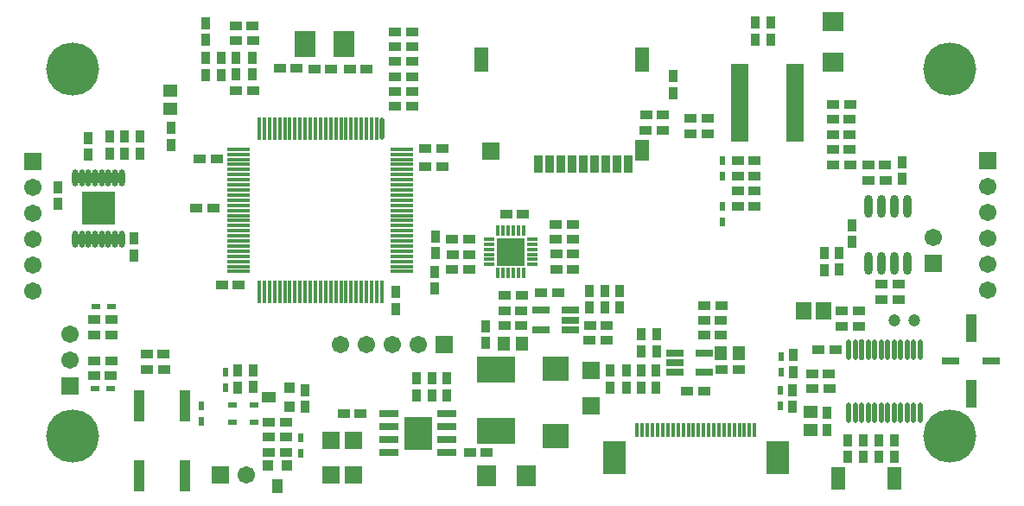
<source format=gts>
G04*
G04 #@! TF.GenerationSoftware,Altium Limited,Altium Designer,21.0.8 (223)*
G04*
G04 Layer_Color=8388736*
%FSLAX25Y25*%
%MOIN*%
G70*
G04*
G04 #@! TF.SameCoordinates,A399C05B-B16C-483E-863C-B068B867FB55*
G04*
G04*
G04 #@! TF.FilePolarity,Negative*
G04*
G01*
G75*
%ADD67R,0.08674X0.12611*%
%ADD68R,0.01784X0.05524*%
%ADD69R,0.05918X0.06706*%
%ADD70R,0.07887X0.07375*%
%ADD71R,0.04600X0.03800*%
%ADD72R,0.06509X0.02572*%
%ADD73R,0.02178X0.03359*%
%ADD74R,0.03800X0.04600*%
%ADD75O,0.03200X0.08800*%
%ADD76R,0.07099X0.06706*%
%ADD77R,0.05524X0.09461*%
%ADD78R,0.03556X0.07099*%
%ADD79R,0.05524X0.07887*%
%ADD80R,0.03950X0.10642*%
%ADD81R,0.06706X0.03162*%
%ADD82R,0.05524X0.08674*%
%ADD83O,0.02099X0.07887*%
%ADD84O,0.02099X0.08083*%
%ADD85C,0.04737*%
%ADD86R,0.05300X0.04800*%
%ADD87R,0.07887X0.10249*%
%ADD88O,0.01800X0.08674*%
%ADD89R,0.01800X0.08674*%
%ADD90R,0.08674X0.01800*%
%ADD91R,0.03359X0.02178*%
%ADD92O,0.02375X0.06509*%
%ADD93R,0.12611X0.12611*%
%ADD94R,0.10642X0.10642*%
%ADD95R,0.03950X0.01784*%
%ADD96R,0.01784X0.03950*%
%ADD97R,0.04800X0.05300*%
%ADD98R,0.06706X0.02769*%
%ADD99R,0.04331X0.12205*%
%ADD100R,0.04400X0.04400*%
%ADD101R,0.05800X0.04400*%
%ADD102R,0.03753X0.02178*%
%ADD103R,0.04400X0.04400*%
%ADD104R,0.04400X0.05800*%
%ADD105R,0.10288X0.09304*%
%ADD106R,0.07375X0.07887*%
%ADD107R,0.07099X0.06784*%
%ADD108R,0.14580X0.10052*%
%ADD109R,0.07296X0.03162*%
%ADD110R,0.11036X0.13005*%
%ADD111R,0.06706X0.06706*%
%ADD112C,0.06706*%
%ADD113C,0.20485*%
%ADD114R,0.06706X0.06706*%
D67*
X209164Y-8143D02*
D03*
X272057D02*
D03*
D68*
X253357Y2300D02*
D03*
X251388D02*
D03*
X249419D02*
D03*
X247451D02*
D03*
X245482D02*
D03*
X243514D02*
D03*
X241546D02*
D03*
X239577D02*
D03*
X237609D02*
D03*
X235640D02*
D03*
X233671D02*
D03*
X231703D02*
D03*
X229734D02*
D03*
X227766D02*
D03*
X225798D02*
D03*
X223829D02*
D03*
X221860D02*
D03*
X219892D02*
D03*
X217923D02*
D03*
X255325D02*
D03*
X261230D02*
D03*
X263199D02*
D03*
X259262D02*
D03*
X257294D02*
D03*
D69*
X289730Y48530D02*
D03*
X282250D02*
D03*
D70*
X293310Y159980D02*
D03*
Y144508D02*
D03*
D71*
X256650Y100450D02*
D03*
X263150D02*
D03*
X238460Y116610D02*
D03*
X244960D02*
D03*
X238560Y122550D02*
D03*
X245060D02*
D03*
X263220Y106340D02*
D03*
X256720D02*
D03*
X299810Y116500D02*
D03*
X293310D02*
D03*
X299840Y122320D02*
D03*
X293340D02*
D03*
X299930Y128070D02*
D03*
X293430D02*
D03*
X256650Y94630D02*
D03*
X263150D02*
D03*
Y88810D02*
D03*
X256650D02*
D03*
X227860Y124020D02*
D03*
X221360D02*
D03*
X307080Y104760D02*
D03*
X313580D02*
D03*
X307140Y98730D02*
D03*
X313640D02*
D03*
X293470Y104720D02*
D03*
X299970D02*
D03*
X318640Y58700D02*
D03*
X312140D02*
D03*
X318640Y52760D02*
D03*
X312140D02*
D03*
X293330Y110700D02*
D03*
X299830D02*
D03*
X227720Y117910D02*
D03*
X221220D02*
D03*
X285440Y18380D02*
D03*
X291940D02*
D03*
X296870Y48330D02*
D03*
X303370D02*
D03*
X296830Y42530D02*
D03*
X303330D02*
D03*
X285350Y24150D02*
D03*
X291850D02*
D03*
X287870Y33520D02*
D03*
X294370D02*
D03*
X63108Y133208D02*
D03*
X69608D02*
D03*
X124508Y144608D02*
D03*
X131008D02*
D03*
X124508Y150338D02*
D03*
X131008D02*
D03*
X131008Y156128D02*
D03*
X124508D02*
D03*
X131008Y127238D02*
D03*
X124508D02*
D03*
X124508Y133018D02*
D03*
X131008D02*
D03*
X86478Y141888D02*
D03*
X79978D02*
D03*
X93428Y141808D02*
D03*
X99928D02*
D03*
X107038D02*
D03*
X113538D02*
D03*
X54410Y87910D02*
D03*
X47910D02*
D03*
X64258Y58528D02*
D03*
X57758D02*
D03*
X55618Y106878D02*
D03*
X49118D02*
D03*
X124508Y138768D02*
D03*
X131008D02*
D03*
X136188Y110918D02*
D03*
X142688D02*
D03*
X136160Y104070D02*
D03*
X142660D02*
D03*
X63048Y158498D02*
D03*
X69548D02*
D03*
X63098Y152628D02*
D03*
X69598D02*
D03*
X14910Y23290D02*
D03*
X8410D02*
D03*
X8530Y29070D02*
D03*
X15030D02*
D03*
X15040Y45010D02*
D03*
X8540D02*
D03*
X8580Y39190D02*
D03*
X15080D02*
D03*
X152948Y76014D02*
D03*
X146448D02*
D03*
X186568Y76024D02*
D03*
X193068D02*
D03*
X173898Y85704D02*
D03*
X167398D02*
D03*
X193178Y64394D02*
D03*
X186678D02*
D03*
X28760Y31840D02*
D03*
X35260D02*
D03*
X193148Y70224D02*
D03*
X186648D02*
D03*
X193008Y81854D02*
D03*
X186508D02*
D03*
X146528Y64264D02*
D03*
X153028D02*
D03*
X146598Y70164D02*
D03*
X153098D02*
D03*
X35320Y25760D02*
D03*
X28820D02*
D03*
X243628Y17508D02*
D03*
X237128D02*
D03*
X250528Y25838D02*
D03*
X257028D02*
D03*
X243758Y38888D02*
D03*
X250258D02*
D03*
X243738Y44688D02*
D03*
X250238D02*
D03*
X243788Y50438D02*
D03*
X250288D02*
D03*
X75908Y-6202D02*
D03*
X82408D02*
D03*
X82348Y5368D02*
D03*
X75848D02*
D03*
X82388Y-442D02*
D03*
X75888D02*
D03*
X180910Y55290D02*
D03*
X187410D02*
D03*
X173148Y42778D02*
D03*
X166648D02*
D03*
X173218Y48518D02*
D03*
X166718D02*
D03*
X173288Y54298D02*
D03*
X166788D02*
D03*
X199648Y42858D02*
D03*
X206148D02*
D03*
X199528Y37098D02*
D03*
X206028D02*
D03*
X104598Y8548D02*
D03*
X111098D02*
D03*
X159788Y-6292D02*
D03*
X153288D02*
D03*
D72*
X278867Y114980D02*
D03*
Y117480D02*
D03*
Y119980D02*
D03*
Y122480D02*
D03*
Y124980D02*
D03*
Y127480D02*
D03*
Y129980D02*
D03*
Y132480D02*
D03*
Y134980D02*
D03*
Y137480D02*
D03*
Y139980D02*
D03*
Y142480D02*
D03*
X257410Y114980D02*
D03*
Y117480D02*
D03*
Y119980D02*
D03*
Y122480D02*
D03*
Y124980D02*
D03*
Y127480D02*
D03*
Y129980D02*
D03*
Y132480D02*
D03*
Y134980D02*
D03*
Y137480D02*
D03*
Y139980D02*
D03*
Y142480D02*
D03*
D73*
X250880Y106420D02*
D03*
Y100415D02*
D03*
X250600Y82780D02*
D03*
Y88785D02*
D03*
X272940Y11845D02*
D03*
Y17850D02*
D03*
X273270Y30766D02*
D03*
Y24760D02*
D03*
X49648Y11833D02*
D03*
Y5828D02*
D03*
X58968Y18748D02*
D03*
Y24753D02*
D03*
X88128Y-472D02*
D03*
Y-6478D02*
D03*
D74*
X269470Y153200D02*
D03*
Y159700D02*
D03*
X263530Y153200D02*
D03*
Y159700D02*
D03*
X231880Y132440D02*
D03*
Y138940D02*
D03*
X320260Y105820D02*
D03*
Y99320D02*
D03*
X300600Y74940D02*
D03*
Y81440D02*
D03*
X316980Y-8020D02*
D03*
Y-1520D02*
D03*
X277910Y11300D02*
D03*
Y17800D02*
D03*
X311080Y-1470D02*
D03*
Y-7970D02*
D03*
X305200Y-1510D02*
D03*
Y-8010D02*
D03*
X299210Y-1510D02*
D03*
Y-8010D02*
D03*
X291170Y2510D02*
D03*
Y9010D02*
D03*
X278070Y31300D02*
D03*
Y24800D02*
D03*
X69588Y146098D02*
D03*
Y139598D02*
D03*
X57298Y146008D02*
D03*
Y139508D02*
D03*
X51428Y146008D02*
D03*
Y139508D02*
D03*
Y159488D02*
D03*
Y152988D02*
D03*
X63108Y146168D02*
D03*
Y139668D02*
D03*
X124698Y55658D02*
D03*
Y49158D02*
D03*
X23790Y76350D02*
D03*
Y69850D02*
D03*
X20140Y115579D02*
D03*
Y109079D02*
D03*
X25960Y115659D02*
D03*
Y109159D02*
D03*
X14280Y115600D02*
D03*
Y109100D02*
D03*
X5980Y115039D02*
D03*
Y108539D02*
D03*
X37990Y112380D02*
D03*
Y118880D02*
D03*
X-5720Y89700D02*
D03*
Y96200D02*
D03*
X139848Y56924D02*
D03*
Y63424D02*
D03*
X139958Y77064D02*
D03*
Y70564D02*
D03*
X213598Y18868D02*
D03*
Y25368D02*
D03*
X219358Y25328D02*
D03*
Y18828D02*
D03*
X225238D02*
D03*
Y25328D02*
D03*
X219428Y32798D02*
D03*
Y39298D02*
D03*
X225288Y32748D02*
D03*
Y39248D02*
D03*
X89678Y17808D02*
D03*
Y11308D02*
D03*
X69778Y18888D02*
D03*
Y25388D02*
D03*
X63888Y18798D02*
D03*
Y25298D02*
D03*
X211158Y56138D02*
D03*
Y49638D02*
D03*
X205288Y49568D02*
D03*
Y56068D02*
D03*
X159588Y42378D02*
D03*
Y35878D02*
D03*
X199518Y56168D02*
D03*
Y49668D02*
D03*
X132788Y15728D02*
D03*
Y22228D02*
D03*
X138678D02*
D03*
Y15728D02*
D03*
X144428Y15758D02*
D03*
Y22258D02*
D03*
X207418Y25288D02*
D03*
Y18788D02*
D03*
X290160Y64200D02*
D03*
Y70700D02*
D03*
X295910Y64250D02*
D03*
Y70750D02*
D03*
D75*
X307070Y88730D02*
D03*
X322070Y66730D02*
D03*
X317070Y66730D02*
D03*
X312070Y66730D02*
D03*
X307070Y66730D02*
D03*
X312070Y88730D02*
D03*
X317070D02*
D03*
X322070Y88730D02*
D03*
D76*
X161284Y109940D02*
D03*
D77*
X157784Y145491D02*
D03*
X219796D02*
D03*
D78*
X179639Y104940D02*
D03*
X183969D02*
D03*
X188300D02*
D03*
X192631D02*
D03*
X196961D02*
D03*
X201292D02*
D03*
X205623D02*
D03*
X209954D02*
D03*
X214284D02*
D03*
D79*
X219796Y110440D02*
D03*
D80*
X346620Y41618D02*
D03*
Y16422D02*
D03*
D81*
X354494Y29020D02*
D03*
X338746D02*
D03*
D82*
X295360Y-16280D02*
D03*
X317014D02*
D03*
D83*
X299480Y33350D02*
D03*
X319480Y8941D02*
D03*
X314480D02*
D03*
Y33350D02*
D03*
X311980D02*
D03*
X309480D02*
D03*
X319480D02*
D03*
X309480Y8941D02*
D03*
X316980D02*
D03*
X321980D02*
D03*
X306980D02*
D03*
X321980Y33350D02*
D03*
X326980D02*
D03*
X316980D02*
D03*
X324480D02*
D03*
X306980D02*
D03*
X324480Y8941D02*
D03*
X326980D02*
D03*
X299480D02*
D03*
X301980D02*
D03*
X304480D02*
D03*
X301980Y33350D02*
D03*
X311980Y8941D02*
D03*
D84*
X304480Y33350D02*
D03*
D85*
X324854Y44700D02*
D03*
X316980D02*
D03*
D86*
X284890Y9530D02*
D03*
X284890Y2530D02*
D03*
X37920Y133430D02*
D03*
X37920Y126430D02*
D03*
D87*
X104629Y151258D02*
D03*
X89668D02*
D03*
D88*
X119353Y118666D02*
D03*
D89*
X117384D02*
D03*
X115416D02*
D03*
X113447Y118666D02*
D03*
X111479D02*
D03*
X109510D02*
D03*
X107542Y118666D02*
D03*
X105573D02*
D03*
X103605D02*
D03*
X101636D02*
D03*
X99668D02*
D03*
X97699D02*
D03*
X95731D02*
D03*
X93762D02*
D03*
X91794D02*
D03*
X89825D02*
D03*
X87857D02*
D03*
X85888D02*
D03*
X83920D02*
D03*
X81951D02*
D03*
X79983D02*
D03*
X78014D02*
D03*
X76046D02*
D03*
X74077D02*
D03*
X72109D02*
D03*
Y55674D02*
D03*
X74077D02*
D03*
X76046D02*
D03*
X78014Y55674D02*
D03*
X79983D02*
D03*
X81951D02*
D03*
X83920D02*
D03*
X85888D02*
D03*
X87857D02*
D03*
X89825D02*
D03*
X91794D02*
D03*
X93762D02*
D03*
X95731Y55674D02*
D03*
X97699Y55674D02*
D03*
X99668Y55674D02*
D03*
X101636D02*
D03*
X103605D02*
D03*
X105573D02*
D03*
X107542D02*
D03*
X109510D02*
D03*
X111479D02*
D03*
X113447D02*
D03*
X115416D02*
D03*
X117384D02*
D03*
X119353D02*
D03*
D90*
X64235Y110792D02*
D03*
Y108824D02*
D03*
Y106855D02*
D03*
Y104887D02*
D03*
Y102918D02*
D03*
Y100950D02*
D03*
Y98981D02*
D03*
Y97013D02*
D03*
X64235Y95044D02*
D03*
Y93076D02*
D03*
Y91107D02*
D03*
Y89139D02*
D03*
Y87170D02*
D03*
X64235Y85202D02*
D03*
Y83233D02*
D03*
Y81265D02*
D03*
Y79296D02*
D03*
Y77328D02*
D03*
Y75359D02*
D03*
Y73391D02*
D03*
Y71422D02*
D03*
X64235Y69454D02*
D03*
X64235Y67485D02*
D03*
Y65517D02*
D03*
Y63548D02*
D03*
X127227Y65517D02*
D03*
Y67485D02*
D03*
Y69454D02*
D03*
Y71422D02*
D03*
Y73391D02*
D03*
Y75359D02*
D03*
Y77328D02*
D03*
Y79296D02*
D03*
Y81265D02*
D03*
Y83233D02*
D03*
Y85202D02*
D03*
Y87170D02*
D03*
Y89139D02*
D03*
Y91107D02*
D03*
Y93076D02*
D03*
Y95044D02*
D03*
Y97013D02*
D03*
Y98981D02*
D03*
X127227Y100950D02*
D03*
Y102918D02*
D03*
Y104887D02*
D03*
X127227Y106855D02*
D03*
Y108824D02*
D03*
Y110792D02*
D03*
Y63548D02*
D03*
D91*
X14880Y18490D02*
D03*
X8874D02*
D03*
X15000Y50020D02*
D03*
X8995D02*
D03*
D92*
X1053Y76187D02*
D03*
X3612Y76187D02*
D03*
X6171D02*
D03*
X8731D02*
D03*
X11289D02*
D03*
X13849Y76187D02*
D03*
X16408Y76187D02*
D03*
X18967Y76187D02*
D03*
X1053Y99612D02*
D03*
X3612Y99612D02*
D03*
X6171D02*
D03*
X8731Y99612D02*
D03*
X11289Y99612D02*
D03*
X13849Y99612D02*
D03*
X16408Y99612D02*
D03*
X18967Y99612D02*
D03*
D93*
X10010Y87899D02*
D03*
D94*
X169048Y71174D02*
D03*
D95*
X160775Y66252D02*
D03*
Y68221D02*
D03*
Y70189D02*
D03*
Y72158D02*
D03*
Y74126D02*
D03*
Y76095D02*
D03*
X177320D02*
D03*
Y74126D02*
D03*
Y72158D02*
D03*
Y70189D02*
D03*
Y68221D02*
D03*
Y66252D02*
D03*
D96*
X164127Y79446D02*
D03*
X166095D02*
D03*
X168064D02*
D03*
X170032D02*
D03*
X172001D02*
D03*
X173969D02*
D03*
Y62901D02*
D03*
X172001D02*
D03*
X170032D02*
D03*
X168064D02*
D03*
X166095D02*
D03*
X164127D02*
D03*
D97*
X250028Y32038D02*
D03*
X257028Y32038D02*
D03*
X173328Y35838D02*
D03*
X166328Y35838D02*
D03*
D98*
X232449Y32018D02*
D03*
X232449Y28278D02*
D03*
X232528Y24538D02*
D03*
X243748D02*
D03*
Y32018D02*
D03*
X192199Y41110D02*
D03*
X192199Y44850D02*
D03*
X192121Y48590D02*
D03*
X180900D02*
D03*
Y41110D02*
D03*
D99*
X43385Y11788D02*
D03*
Y-15147D02*
D03*
X25668D02*
D03*
Y11788D02*
D03*
D100*
X83718Y18788D02*
D03*
Y11288D02*
D03*
D101*
X75718Y15088D02*
D03*
D102*
X61756Y5378D02*
D03*
X70220Y5378D02*
D03*
X61776Y11948D02*
D03*
X70240Y11948D02*
D03*
D103*
X75358Y-11412D02*
D03*
X82858D02*
D03*
D104*
X79058Y-19412D02*
D03*
D105*
X186568Y26001D02*
D03*
Y-22D02*
D03*
D106*
X159660Y-15430D02*
D03*
X175132D02*
D03*
D107*
X99608Y-1602D02*
D03*
Y-15067D02*
D03*
X108308Y-14987D02*
D03*
Y-1522D02*
D03*
X200128Y11863D02*
D03*
Y25328D02*
D03*
D108*
X163398Y1998D02*
D03*
Y25817D02*
D03*
D109*
X144460Y-6382D02*
D03*
Y-1382D02*
D03*
Y3618D02*
D03*
Y8618D02*
D03*
X122216Y-6382D02*
D03*
Y-1382D02*
D03*
Y3618D02*
D03*
Y8618D02*
D03*
D110*
X133338Y1118D02*
D03*
D111*
X331980Y66710D02*
D03*
X-758Y19258D02*
D03*
X352990Y106400D02*
D03*
X-15140Y106170D02*
D03*
D112*
X331980Y76710D02*
D03*
X133368Y35438D02*
D03*
X123368D02*
D03*
X113368D02*
D03*
X103368D02*
D03*
X-758Y39258D02*
D03*
Y29258D02*
D03*
X352990Y56400D02*
D03*
Y66400D02*
D03*
Y76400D02*
D03*
Y86400D02*
D03*
Y96400D02*
D03*
X-15140Y56170D02*
D03*
Y66170D02*
D03*
Y76170D02*
D03*
Y86170D02*
D03*
Y96170D02*
D03*
X67028Y-15012D02*
D03*
D113*
X338583Y0D02*
D03*
Y141732D02*
D03*
X0D02*
D03*
Y0D02*
D03*
D114*
X143368Y35438D02*
D03*
X57028Y-15012D02*
D03*
M02*

</source>
